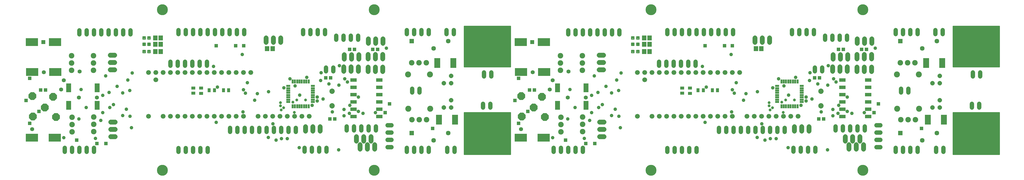
<source format=gts>
G75*
%MOIN*%
%OFA0B0*%
%FSLAX25Y25*%
%IPPOS*%
%LPD*%
%AMOC8*
5,1,8,0,0,1.08239X$1,22.5*
%
%ADD10C,0.01600*%
%ADD11R,0.05131X0.04737*%
%ADD12C,0.06800*%
%ADD13OC8,0.10800*%
%ADD14R,0.08700X0.05100*%
%ADD15C,0.06600*%
%ADD16C,0.07550*%
%ADD17R,0.05800X0.03000*%
%ADD18R,0.03000X0.05800*%
%ADD19C,0.07300*%
%ADD20C,0.06000*%
%ADD21R,0.16548X0.10643*%
%ADD22R,0.06981X0.11902*%
%ADD23R,0.03950X0.05524*%
%ADD24R,0.05524X0.03950*%
%ADD25R,0.06343X0.06343*%
%ADD26C,0.06343*%
%ADD27R,0.07887X0.13398*%
%ADD28OC8,0.06000*%
%ADD29C,0.08200*%
%ADD30R,0.05918X0.06706*%
%ADD31C,0.01421*%
%ADD32R,0.02769X0.13792*%
%ADD33R,0.02375X0.02769*%
%ADD34R,0.05918X0.13792*%
%ADD35R,0.04737X0.05131*%
%ADD36C,0.14973*%
%ADD37C,0.04762*%
%ADD38R,0.04762X0.04762*%
%ADD39C,0.03900*%
%ADD40C,0.05550*%
%ADD41R,0.05550X0.05550*%
%ADD42R,0.03900X0.03900*%
D10*
X0719526Y0125902D02*
X0782518Y0125902D01*
X0782518Y0182988D01*
X0719526Y0182988D01*
X0719526Y0125902D01*
X0719526Y0127130D02*
X0782518Y0127130D01*
X0782518Y0128729D02*
X0719526Y0128729D01*
X0719526Y0130327D02*
X0782518Y0130327D01*
X0782518Y0131926D02*
X0719526Y0131926D01*
X0719526Y0133524D02*
X0782518Y0133524D01*
X0782518Y0135123D02*
X0719526Y0135123D01*
X0719526Y0136721D02*
X0782518Y0136721D01*
X0782518Y0138320D02*
X0719526Y0138320D01*
X0719526Y0139918D02*
X0782518Y0139918D01*
X0782518Y0141517D02*
X0719526Y0141517D01*
X0719526Y0143115D02*
X0782518Y0143115D01*
X0782518Y0144714D02*
X0719526Y0144714D01*
X0719526Y0146312D02*
X0782518Y0146312D01*
X0782518Y0147911D02*
X0719526Y0147911D01*
X0719526Y0149509D02*
X0782518Y0149509D01*
X0782518Y0151108D02*
X0719526Y0151108D01*
X0719526Y0152706D02*
X0782518Y0152706D01*
X0782518Y0154305D02*
X0719526Y0154305D01*
X0719526Y0155903D02*
X0782518Y0155903D01*
X0782518Y0157502D02*
X0719526Y0157502D01*
X0719526Y0159100D02*
X0782518Y0159100D01*
X0782518Y0160699D02*
X0719526Y0160699D01*
X0719526Y0162297D02*
X0782518Y0162297D01*
X0782518Y0163896D02*
X0719526Y0163896D01*
X0719526Y0165494D02*
X0782518Y0165494D01*
X0782518Y0167093D02*
X0719526Y0167093D01*
X0719526Y0168691D02*
X0782518Y0168691D01*
X0782518Y0170290D02*
X0719526Y0170290D01*
X0719526Y0171888D02*
X0782518Y0171888D01*
X0782518Y0173487D02*
X0719526Y0173487D01*
X0719526Y0175085D02*
X0782518Y0175085D01*
X0782518Y0176684D02*
X0719526Y0176684D01*
X0719526Y0178282D02*
X0782518Y0178282D01*
X0782518Y0179881D02*
X0719526Y0179881D01*
X0719526Y0181479D02*
X0782518Y0181479D01*
X0782518Y0245980D02*
X0719526Y0245980D01*
X0719526Y0301098D01*
X0782518Y0301098D01*
X0782518Y0245980D01*
X0782518Y0247018D02*
X0719526Y0247018D01*
X0719526Y0248617D02*
X0782518Y0248617D01*
X0782518Y0250215D02*
X0719526Y0250215D01*
X0719526Y0251814D02*
X0782518Y0251814D01*
X0782518Y0253412D02*
X0719526Y0253412D01*
X0719526Y0255011D02*
X0782518Y0255011D01*
X0782518Y0256610D02*
X0719526Y0256610D01*
X0719526Y0258208D02*
X0782518Y0258208D01*
X0782518Y0259807D02*
X0719526Y0259807D01*
X0719526Y0261405D02*
X0782518Y0261405D01*
X0782518Y0263004D02*
X0719526Y0263004D01*
X0719526Y0264602D02*
X0782518Y0264602D01*
X0782518Y0266201D02*
X0719526Y0266201D01*
X0719526Y0267799D02*
X0782518Y0267799D01*
X0782518Y0269398D02*
X0719526Y0269398D01*
X0719526Y0270996D02*
X0782518Y0270996D01*
X0782518Y0272595D02*
X0719526Y0272595D01*
X0719526Y0274193D02*
X0782518Y0274193D01*
X0782518Y0275792D02*
X0719526Y0275792D01*
X0719526Y0277390D02*
X0782518Y0277390D01*
X0782518Y0278989D02*
X0719526Y0278989D01*
X0719526Y0280587D02*
X0782518Y0280587D01*
X0782518Y0282186D02*
X0719526Y0282186D01*
X0719526Y0283784D02*
X0782518Y0283784D01*
X0782518Y0285383D02*
X0719526Y0285383D01*
X0719526Y0286981D02*
X0782518Y0286981D01*
X0782518Y0288580D02*
X0719526Y0288580D01*
X0719526Y0290178D02*
X0782518Y0290178D01*
X0782518Y0291777D02*
X0719526Y0291777D01*
X0719526Y0293375D02*
X0782518Y0293375D01*
X0782518Y0294974D02*
X0719526Y0294974D01*
X0719526Y0296572D02*
X0782518Y0296572D01*
X0782518Y0298171D02*
X0719526Y0298171D01*
X0719526Y0299769D02*
X0782518Y0299769D01*
X1388817Y0299769D02*
X1451809Y0299769D01*
X1451809Y0301098D02*
X1388817Y0301098D01*
X1388817Y0245980D01*
X1451809Y0245980D01*
X1451809Y0301098D01*
X1451809Y0298171D02*
X1388817Y0298171D01*
X1388817Y0296572D02*
X1451809Y0296572D01*
X1451809Y0294974D02*
X1388817Y0294974D01*
X1388817Y0293375D02*
X1451809Y0293375D01*
X1451809Y0291777D02*
X1388817Y0291777D01*
X1388817Y0290178D02*
X1451809Y0290178D01*
X1451809Y0288580D02*
X1388817Y0288580D01*
X1388817Y0286981D02*
X1451809Y0286981D01*
X1451809Y0285383D02*
X1388817Y0285383D01*
X1388817Y0283784D02*
X1451809Y0283784D01*
X1451809Y0282186D02*
X1388817Y0282186D01*
X1388817Y0280587D02*
X1451809Y0280587D01*
X1451809Y0278989D02*
X1388817Y0278989D01*
X1388817Y0277390D02*
X1451809Y0277390D01*
X1451809Y0275792D02*
X1388817Y0275792D01*
X1388817Y0274193D02*
X1451809Y0274193D01*
X1451809Y0272595D02*
X1388817Y0272595D01*
X1388817Y0270996D02*
X1451809Y0270996D01*
X1451809Y0269398D02*
X1388817Y0269398D01*
X1388817Y0267799D02*
X1451809Y0267799D01*
X1451809Y0266201D02*
X1388817Y0266201D01*
X1388817Y0264602D02*
X1451809Y0264602D01*
X1451809Y0263004D02*
X1388817Y0263004D01*
X1388817Y0261405D02*
X1451809Y0261405D01*
X1451809Y0259807D02*
X1388817Y0259807D01*
X1388817Y0258208D02*
X1451809Y0258208D01*
X1451809Y0256610D02*
X1388817Y0256610D01*
X1388817Y0255011D02*
X1451809Y0255011D01*
X1451809Y0253412D02*
X1388817Y0253412D01*
X1388817Y0251814D02*
X1451809Y0251814D01*
X1451809Y0250215D02*
X1388817Y0250215D01*
X1388817Y0248617D02*
X1451809Y0248617D01*
X1451809Y0247018D02*
X1388817Y0247018D01*
X1388817Y0182988D02*
X1451809Y0182988D01*
X1451809Y0125902D01*
X1388817Y0125902D01*
X1388817Y0182988D01*
X1388817Y0181479D02*
X1451809Y0181479D01*
X1451809Y0179881D02*
X1388817Y0179881D01*
X1388817Y0178282D02*
X1451809Y0178282D01*
X1451809Y0176684D02*
X1388817Y0176684D01*
X1388817Y0175085D02*
X1451809Y0175085D01*
X1451809Y0173487D02*
X1388817Y0173487D01*
X1388817Y0171888D02*
X1451809Y0171888D01*
X1451809Y0170290D02*
X1388817Y0170290D01*
X1388817Y0168691D02*
X1451809Y0168691D01*
X1451809Y0167093D02*
X1388817Y0167093D01*
X1388817Y0165494D02*
X1451809Y0165494D01*
X1451809Y0163896D02*
X1388817Y0163896D01*
X1388817Y0162297D02*
X1451809Y0162297D01*
X1451809Y0160699D02*
X1388817Y0160699D01*
X1388817Y0159100D02*
X1451809Y0159100D01*
X1451809Y0157502D02*
X1388817Y0157502D01*
X1388817Y0155903D02*
X1451809Y0155903D01*
X1451809Y0154305D02*
X1388817Y0154305D01*
X1388817Y0152706D02*
X1451809Y0152706D01*
X1451809Y0151108D02*
X1388817Y0151108D01*
X1388817Y0149509D02*
X1451809Y0149509D01*
X1451809Y0147911D02*
X1388817Y0147911D01*
X1388817Y0146312D02*
X1451809Y0146312D01*
X1451809Y0144714D02*
X1388817Y0144714D01*
X1388817Y0143115D02*
X1451809Y0143115D01*
X1451809Y0141517D02*
X1388817Y0141517D01*
X1388817Y0139918D02*
X1451809Y0139918D01*
X1451809Y0138320D02*
X1388817Y0138320D01*
X1388817Y0136721D02*
X1451809Y0136721D01*
X1451809Y0135123D02*
X1388817Y0135123D01*
X1388817Y0133524D02*
X1451809Y0133524D01*
X1451809Y0131926D02*
X1388817Y0131926D01*
X1388817Y0130327D02*
X1451809Y0130327D01*
X1451809Y0128729D02*
X1388817Y0128729D01*
X1388817Y0127130D02*
X1451809Y0127130D01*
D11*
X1211385Y0174209D03*
X1204693Y0174209D03*
X1205726Y0230665D03*
X1199033Y0230665D03*
X0815392Y0213992D03*
X0808699Y0213992D03*
X0542094Y0174209D03*
X0535401Y0174209D03*
X0536435Y0230665D03*
X0529742Y0230665D03*
X0146100Y0213992D03*
X0139407Y0213992D03*
D12*
X0234793Y0241650D02*
X0240793Y0241650D01*
X0240793Y0251650D02*
X0234793Y0251650D01*
X0234793Y0261650D02*
X0240793Y0261650D01*
X0448112Y0279382D02*
X0448112Y0285382D01*
X0458112Y0285382D02*
X0458112Y0279382D01*
X0468112Y0279382D02*
X0468112Y0285382D01*
X0555297Y0262374D02*
X0555297Y0256374D01*
X0565297Y0256374D02*
X0565297Y0262374D01*
X0575297Y0262374D02*
X0575297Y0256374D01*
X0587974Y0256453D02*
X0587974Y0262453D01*
X0597974Y0262453D02*
X0597974Y0256453D01*
X0607974Y0256453D02*
X0607974Y0262453D01*
X0608100Y0277835D02*
X0608100Y0283835D01*
X0598100Y0283835D02*
X0598100Y0277835D01*
X0588100Y0277835D02*
X0588100Y0283835D01*
X0587974Y0245366D02*
X0587974Y0239366D01*
X0597974Y0239366D02*
X0597974Y0245366D01*
X0607974Y0245366D02*
X0607974Y0239366D01*
X0574510Y0239681D02*
X0574510Y0245681D01*
X0564510Y0245681D02*
X0564510Y0239681D01*
X0554510Y0239681D02*
X0554510Y0245681D01*
X0241581Y0169988D02*
X0235581Y0169988D01*
X0235581Y0159988D02*
X0241581Y0159988D01*
X0241581Y0149988D02*
X0235581Y0149988D01*
X0502072Y0157490D02*
X0502072Y0163490D01*
X0512072Y0163490D02*
X0512072Y0157490D01*
X0522072Y0157490D02*
X0522072Y0163490D01*
X0571993Y0149955D02*
X0571993Y0143955D01*
X0576793Y0138744D02*
X0576793Y0132744D01*
X0586793Y0132744D02*
X0586793Y0138744D01*
X0581993Y0143955D02*
X0581993Y0149955D01*
X0591993Y0149955D02*
X0591993Y0143955D01*
X0596793Y0138744D02*
X0596793Y0132744D01*
X0904872Y0149988D02*
X0910872Y0149988D01*
X0910872Y0159988D02*
X0904872Y0159988D01*
X0904872Y0169988D02*
X0910872Y0169988D01*
X1171363Y0163490D02*
X1171363Y0157490D01*
X1181363Y0157490D02*
X1181363Y0163490D01*
X1191363Y0163490D02*
X1191363Y0157490D01*
X1241285Y0149955D02*
X1241285Y0143955D01*
X1246085Y0138744D02*
X1246085Y0132744D01*
X1256085Y0132744D02*
X1256085Y0138744D01*
X1251285Y0143955D02*
X1251285Y0149955D01*
X1261285Y0149955D02*
X1261285Y0143955D01*
X1266085Y0138744D02*
X1266085Y0132744D01*
X1267266Y0239366D02*
X1267266Y0245366D01*
X1277266Y0245366D02*
X1277266Y0239366D01*
X1257266Y0239366D02*
X1257266Y0245366D01*
X1243801Y0245681D02*
X1243801Y0239681D01*
X1233801Y0239681D02*
X1233801Y0245681D01*
X1223801Y0245681D02*
X1223801Y0239681D01*
X1224589Y0256374D02*
X1224589Y0262374D01*
X1234589Y0262374D02*
X1234589Y0256374D01*
X1244589Y0256374D02*
X1244589Y0262374D01*
X1257266Y0262453D02*
X1257266Y0256453D01*
X1267266Y0256453D02*
X1267266Y0262453D01*
X1277266Y0262453D02*
X1277266Y0256453D01*
X1277392Y0277835D02*
X1277392Y0283835D01*
X1267392Y0283835D02*
X1267392Y0277835D01*
X1257392Y0277835D02*
X1257392Y0283835D01*
X1137404Y0285382D02*
X1137404Y0279382D01*
X1127404Y0279382D02*
X1127404Y0285382D01*
X1117404Y0285382D02*
X1117404Y0279382D01*
X0910085Y0261650D02*
X0904085Y0261650D01*
X0904085Y0251650D02*
X0910085Y0251650D01*
X0910085Y0241650D02*
X0904085Y0241650D01*
D13*
X0825707Y0204484D03*
X0797360Y0205665D03*
X0814407Y0189878D03*
X0829801Y0176807D03*
X0798305Y0177516D03*
X0160510Y0176807D03*
X0145116Y0189878D03*
X0129014Y0177516D03*
X0128069Y0205665D03*
X0156415Y0204484D03*
D14*
X0567889Y0207634D03*
X0567889Y0217634D03*
X0567889Y0227634D03*
X0603289Y0227634D03*
X0603289Y0217634D03*
X0603289Y0207634D03*
X0603289Y0197634D03*
X0603289Y0187634D03*
X0603289Y0177634D03*
X0567889Y0177634D03*
X0567889Y0187634D03*
X0567889Y0197634D03*
X1237180Y0197634D03*
X1237180Y0207634D03*
X1237180Y0217634D03*
X1237180Y0227634D03*
X1272580Y0227634D03*
X1272580Y0217634D03*
X1272580Y0207634D03*
X1272580Y0197634D03*
X1272580Y0187634D03*
X1272580Y0177634D03*
X1237180Y0177634D03*
X1237180Y0187634D03*
D15*
X1176392Y0177862D03*
X1166392Y0177862D03*
X1156392Y0177862D03*
X1146392Y0177862D03*
X1136392Y0177862D03*
X1126392Y0177862D03*
X1116392Y0177862D03*
X1106392Y0177862D03*
X1086392Y0177862D03*
X1076392Y0177862D03*
X1066392Y0177862D03*
X1056392Y0177862D03*
X1046392Y0177862D03*
X1036392Y0177862D03*
X1026392Y0177862D03*
X1016392Y0177862D03*
X1006392Y0177862D03*
X0996392Y0177862D03*
X0986392Y0177862D03*
X0976392Y0177862D03*
X0956392Y0177862D03*
X0966392Y0227862D03*
X0966392Y0237862D03*
X0976392Y0237862D03*
X0986392Y0237862D03*
X0996392Y0237862D03*
X1006392Y0237862D03*
X1016392Y0237862D03*
X1026392Y0237862D03*
X1036392Y0237862D03*
X1046392Y0237862D03*
X1056392Y0237862D03*
X1066392Y0237862D03*
X1076392Y0237862D03*
X1086392Y0237862D03*
X1096392Y0237862D03*
X0956392Y0237862D03*
X0507100Y0177862D03*
X0497100Y0177862D03*
X0487100Y0177862D03*
X0477100Y0177862D03*
X0467100Y0177862D03*
X0457100Y0177862D03*
X0447100Y0177862D03*
X0437100Y0177862D03*
X0417100Y0177862D03*
X0407100Y0177862D03*
X0397100Y0177862D03*
X0387100Y0177862D03*
X0377100Y0177862D03*
X0367100Y0177862D03*
X0357100Y0177862D03*
X0347100Y0177862D03*
X0337100Y0177862D03*
X0327100Y0177862D03*
X0317100Y0177862D03*
X0307100Y0177862D03*
X0287100Y0177862D03*
X0297100Y0227862D03*
X0297100Y0237862D03*
X0287100Y0237862D03*
X0307100Y0237862D03*
X0317100Y0237862D03*
X0327100Y0237862D03*
X0337100Y0237862D03*
X0347100Y0237862D03*
X0357100Y0237862D03*
X0367100Y0237862D03*
X0377100Y0237862D03*
X0387100Y0237862D03*
X0397100Y0237862D03*
X0407100Y0237862D03*
X0417100Y0237862D03*
X0427100Y0237862D03*
D16*
X0211793Y0240941D03*
X0181998Y0240862D03*
X0181998Y0250862D03*
X0211793Y0250941D03*
X0211793Y0260941D03*
X0181998Y0260862D03*
X0182675Y0176650D03*
X0212085Y0177043D03*
X0212085Y0167043D03*
X0182675Y0166650D03*
X0182675Y0156650D03*
X0212085Y0157043D03*
X0647852Y0173146D03*
X0657852Y0173146D03*
X0667852Y0173146D03*
X0851967Y0176650D03*
X0881376Y0177043D03*
X0881376Y0167043D03*
X0851967Y0166650D03*
X0851967Y0156650D03*
X0881376Y0157043D03*
X0881085Y0240941D03*
X0851289Y0240862D03*
X0851289Y0250862D03*
X0881085Y0250941D03*
X0881085Y0260941D03*
X0851289Y0260862D03*
X0667360Y0251394D03*
X0657360Y0251394D03*
X0647360Y0251394D03*
X1316652Y0251394D03*
X1326652Y0251394D03*
X1336652Y0251394D03*
X1337144Y0173146D03*
X1327144Y0173146D03*
X1317144Y0173146D03*
D17*
X1181615Y0197484D03*
X1181615Y0200634D03*
X1181615Y0203783D03*
X1181615Y0206933D03*
X1181615Y0210083D03*
X1181615Y0213232D03*
X1181615Y0216382D03*
X1181615Y0219531D03*
X1147815Y0219531D03*
X1147815Y0216382D03*
X1147815Y0213232D03*
X1147815Y0210083D03*
X1147815Y0206933D03*
X1147815Y0203783D03*
X1147815Y0200634D03*
X1147815Y0197484D03*
X0512323Y0197484D03*
X0512323Y0200634D03*
X0512323Y0203783D03*
X0512323Y0206933D03*
X0512323Y0210083D03*
X0512323Y0213232D03*
X0512323Y0216382D03*
X0512323Y0219531D03*
X0478523Y0219531D03*
X0478523Y0216382D03*
X0478523Y0213232D03*
X0478523Y0210083D03*
X0478523Y0206933D03*
X0478523Y0203783D03*
X0478523Y0200634D03*
X0478523Y0197484D03*
D18*
X0484400Y0191608D03*
X0487549Y0191608D03*
X0490699Y0191608D03*
X0493848Y0191608D03*
X0496998Y0191608D03*
X0500148Y0191608D03*
X0503297Y0191608D03*
X0506447Y0191608D03*
X0506447Y0225408D03*
X0503297Y0225408D03*
X0500148Y0225408D03*
X0496998Y0225408D03*
X0493848Y0225408D03*
X0490699Y0225408D03*
X0487549Y0225408D03*
X0484400Y0225408D03*
X1153691Y0225408D03*
X1156841Y0225408D03*
X1159990Y0225408D03*
X1163140Y0225408D03*
X1166289Y0225408D03*
X1169439Y0225408D03*
X1172589Y0225408D03*
X1175738Y0225408D03*
X1175738Y0191608D03*
X1172589Y0191608D03*
X1169439Y0191608D03*
X1166289Y0191608D03*
X1163140Y0191608D03*
X1159990Y0191608D03*
X1156841Y0191608D03*
X1153691Y0191608D03*
D19*
X1207726Y0192185D03*
X1207726Y0212185D03*
X0538435Y0212185D03*
X0538435Y0192185D03*
D20*
X0614563Y0165429D02*
X0619763Y0165429D01*
X0598667Y0163738D02*
X0598667Y0158538D01*
X0588667Y0158538D02*
X0588667Y0163738D01*
X0578667Y0163738D02*
X0578667Y0158538D01*
X0568667Y0158538D02*
X0568667Y0163738D01*
X0558667Y0163738D02*
X0558667Y0158538D01*
X0614563Y0155429D02*
X0619763Y0155429D01*
X0619763Y0145429D02*
X0614563Y0145429D01*
X0614563Y0135429D02*
X0619763Y0135429D01*
X0640963Y0134407D02*
X0640963Y0129207D01*
X0650963Y0129207D02*
X0650963Y0134407D01*
X0660963Y0134407D02*
X0660963Y0129207D01*
X0670963Y0129207D02*
X0670963Y0134407D01*
X0696081Y0134407D02*
X0696081Y0129207D01*
X0706081Y0129207D02*
X0706081Y0134407D01*
X0841886Y0134433D02*
X0841886Y0129233D01*
X0851886Y0129233D02*
X0851886Y0134433D01*
X0861886Y0134433D02*
X0861886Y0129233D01*
X0871886Y0129233D02*
X0871886Y0134433D01*
X0881886Y0134433D02*
X0881886Y0129233D01*
X0997427Y0129093D02*
X0997427Y0134293D01*
X1007427Y0134293D02*
X1007427Y0129093D01*
X1017427Y0129093D02*
X1017427Y0134293D01*
X1027427Y0134293D02*
X1027427Y0129093D01*
X1037427Y0129093D02*
X1037427Y0134293D01*
X1068176Y0156566D02*
X1068176Y0161766D01*
X1078176Y0161766D02*
X1078176Y0156566D01*
X1088176Y0156566D02*
X1088176Y0161766D01*
X1098176Y0161766D02*
X1098176Y0156566D01*
X1108176Y0156566D02*
X1108176Y0161766D01*
X1118176Y0161766D02*
X1118176Y0156566D01*
X1128176Y0156566D02*
X1128176Y0161766D01*
X1138176Y0161766D02*
X1138176Y0156566D01*
X1148176Y0156566D02*
X1148176Y0161766D01*
X1158176Y0161766D02*
X1158176Y0156566D01*
X1227959Y0158538D02*
X1227959Y0163738D01*
X1237959Y0163738D02*
X1237959Y0158538D01*
X1247959Y0158538D02*
X1247959Y0163738D01*
X1257959Y0163738D02*
X1257959Y0158538D01*
X1267959Y0158538D02*
X1267959Y0163738D01*
X1283855Y0165429D02*
X1289055Y0165429D01*
X1289055Y0155429D02*
X1283855Y0155429D01*
X1283855Y0145429D02*
X1289055Y0145429D01*
X1289055Y0135429D02*
X1283855Y0135429D01*
X1310254Y0134407D02*
X1310254Y0129207D01*
X1320254Y0129207D02*
X1320254Y0134407D01*
X1330254Y0134407D02*
X1330254Y0129207D01*
X1340254Y0129207D02*
X1340254Y0134407D01*
X1365372Y0134407D02*
X1365372Y0129207D01*
X1375372Y0129207D02*
X1375372Y0134407D01*
X1200230Y0134607D02*
X1200230Y0129407D01*
X1190230Y0129407D02*
X1190230Y0134607D01*
X1180230Y0134607D02*
X1180230Y0129407D01*
X1170230Y0129407D02*
X1170230Y0134607D01*
X1414585Y0189739D02*
X1414585Y0194939D01*
X1424585Y0194939D02*
X1424585Y0189739D01*
X1327636Y0210408D02*
X1327636Y0215608D01*
X1317636Y0215608D02*
X1317636Y0210408D01*
X1415729Y0232683D02*
X1415729Y0237883D01*
X1425729Y0237883D02*
X1425729Y0232683D01*
X1243502Y0283010D02*
X1243502Y0288210D01*
X1233502Y0288210D02*
X1233502Y0283010D01*
X1223502Y0283010D02*
X1223502Y0288210D01*
X1213502Y0288210D02*
X1213502Y0283010D01*
X1198030Y0290624D02*
X1198030Y0295824D01*
X1188030Y0295824D02*
X1188030Y0290624D01*
X1178030Y0290624D02*
X1178030Y0295824D01*
X1168030Y0295824D02*
X1168030Y0290624D01*
X1087360Y0290624D02*
X1087360Y0295824D01*
X1077360Y0295824D02*
X1077360Y0290624D01*
X1067360Y0290624D02*
X1067360Y0295824D01*
X1057360Y0295824D02*
X1057360Y0290624D01*
X1047360Y0290624D02*
X1047360Y0295824D01*
X1037360Y0295824D02*
X1037360Y0290624D01*
X1027360Y0290624D02*
X1027360Y0295824D01*
X1017360Y0295824D02*
X1017360Y0290624D01*
X1007360Y0290624D02*
X1007360Y0295824D01*
X0997360Y0295824D02*
X0997360Y0290624D01*
X0931886Y0290333D02*
X0931886Y0295533D01*
X0921886Y0295533D02*
X0921886Y0290333D01*
X0911886Y0290333D02*
X0911886Y0295533D01*
X0901886Y0295533D02*
X0901886Y0290333D01*
X0891886Y0290333D02*
X0891886Y0295533D01*
X0881886Y0295533D02*
X0881886Y0290333D01*
X0871886Y0290333D02*
X0871886Y0295533D01*
X0861886Y0295533D02*
X0861886Y0290333D01*
X0986356Y0252517D02*
X0986356Y0247317D01*
X0996356Y0247317D02*
X0996356Y0252517D01*
X1006356Y0252517D02*
X1006356Y0247317D01*
X1016356Y0247317D02*
X1016356Y0252517D01*
X1026356Y0252517D02*
X1026356Y0247317D01*
X1036356Y0247317D02*
X1036356Y0252517D01*
X1199526Y0244643D02*
X1199526Y0239443D01*
X1209526Y0239443D02*
X1209526Y0244643D01*
X1310254Y0290624D02*
X1310254Y0295824D01*
X1320254Y0295824D02*
X1320254Y0290624D01*
X1330254Y0290624D02*
X1330254Y0295824D01*
X1340254Y0295824D02*
X1340254Y0290624D01*
X1364368Y0290624D02*
X1364368Y0295824D01*
X1374368Y0295824D02*
X1374368Y0290624D01*
X0756437Y0237883D02*
X0756437Y0232683D01*
X0746437Y0232683D02*
X0746437Y0237883D01*
X0658344Y0215608D02*
X0658344Y0210408D01*
X0648344Y0210408D02*
X0648344Y0215608D01*
X0745293Y0194939D02*
X0745293Y0189739D01*
X0755293Y0189739D02*
X0755293Y0194939D01*
X0540234Y0239443D02*
X0540234Y0244643D01*
X0530234Y0244643D02*
X0530234Y0239443D01*
X0367065Y0247317D02*
X0367065Y0252517D01*
X0357065Y0252517D02*
X0357065Y0247317D01*
X0347065Y0247317D02*
X0347065Y0252517D01*
X0337065Y0252517D02*
X0337065Y0247317D01*
X0327065Y0247317D02*
X0327065Y0252517D01*
X0317065Y0252517D02*
X0317065Y0247317D01*
X0328069Y0290624D02*
X0328069Y0295824D01*
X0338069Y0295824D02*
X0338069Y0290624D01*
X0348069Y0290624D02*
X0348069Y0295824D01*
X0358069Y0295824D02*
X0358069Y0290624D01*
X0368069Y0290624D02*
X0368069Y0295824D01*
X0378069Y0295824D02*
X0378069Y0290624D01*
X0388069Y0290624D02*
X0388069Y0295824D01*
X0398069Y0295824D02*
X0398069Y0290624D01*
X0408069Y0290624D02*
X0408069Y0295824D01*
X0418069Y0295824D02*
X0418069Y0290624D01*
X0498738Y0290624D02*
X0498738Y0295824D01*
X0508738Y0295824D02*
X0508738Y0290624D01*
X0518738Y0290624D02*
X0518738Y0295824D01*
X0528738Y0295824D02*
X0528738Y0290624D01*
X0544211Y0288210D02*
X0544211Y0283010D01*
X0554211Y0283010D02*
X0554211Y0288210D01*
X0564211Y0288210D02*
X0564211Y0283010D01*
X0574211Y0283010D02*
X0574211Y0288210D01*
X0640963Y0290624D02*
X0640963Y0295824D01*
X0650963Y0295824D02*
X0650963Y0290624D01*
X0660963Y0290624D02*
X0660963Y0295824D01*
X0670963Y0295824D02*
X0670963Y0290624D01*
X0695077Y0290624D02*
X0695077Y0295824D01*
X0705077Y0295824D02*
X0705077Y0290624D01*
X0262595Y0290333D02*
X0262595Y0295533D01*
X0252595Y0295533D02*
X0252595Y0290333D01*
X0242595Y0290333D02*
X0242595Y0295533D01*
X0232595Y0295533D02*
X0232595Y0290333D01*
X0222595Y0290333D02*
X0222595Y0295533D01*
X0212595Y0295533D02*
X0212595Y0290333D01*
X0202595Y0290333D02*
X0202595Y0295533D01*
X0192595Y0295533D02*
X0192595Y0290333D01*
X0398885Y0161766D02*
X0398885Y0156566D01*
X0408885Y0156566D02*
X0408885Y0161766D01*
X0418885Y0161766D02*
X0418885Y0156566D01*
X0428885Y0156566D02*
X0428885Y0161766D01*
X0438885Y0161766D02*
X0438885Y0156566D01*
X0448885Y0156566D02*
X0448885Y0161766D01*
X0458885Y0161766D02*
X0458885Y0156566D01*
X0468885Y0156566D02*
X0468885Y0161766D01*
X0478885Y0161766D02*
X0478885Y0156566D01*
X0488885Y0156566D02*
X0488885Y0161766D01*
X0500938Y0134607D02*
X0500938Y0129407D01*
X0510938Y0129407D02*
X0510938Y0134607D01*
X0520938Y0134607D02*
X0520938Y0129407D01*
X0530938Y0129407D02*
X0530938Y0134607D01*
X0368136Y0134293D02*
X0368136Y0129093D01*
X0358136Y0129093D02*
X0358136Y0134293D01*
X0348136Y0134293D02*
X0348136Y0129093D01*
X0338136Y0129093D02*
X0338136Y0134293D01*
X0328136Y0134293D02*
X0328136Y0129093D01*
X0212595Y0129233D02*
X0212595Y0134433D01*
X0202595Y0134433D02*
X0202595Y0129233D01*
X0192595Y0129233D02*
X0192595Y0134433D01*
X0182595Y0134433D02*
X0182595Y0129233D01*
X0172595Y0129233D02*
X0172595Y0134433D01*
D21*
X0158959Y0148539D03*
X0127463Y0148539D03*
X0128022Y0238547D03*
X0159518Y0238547D03*
X0159156Y0279642D03*
X0127659Y0279642D03*
X0796951Y0279642D03*
X0828447Y0279642D03*
X0828809Y0238547D03*
X0797313Y0238547D03*
X0796754Y0148539D03*
X0828250Y0148539D03*
D22*
X0847037Y0192972D03*
X0886093Y0192972D03*
X0886093Y0216831D03*
X0847037Y0216831D03*
X0216801Y0216831D03*
X0177746Y0216831D03*
X0177746Y0192972D03*
X0216801Y0192972D03*
D23*
X0370321Y0213461D03*
X0377407Y0213461D03*
X0389833Y0213461D03*
X0396919Y0213461D03*
X1039612Y0213461D03*
X1046699Y0213461D03*
X1059124Y0213461D03*
X1066211Y0213461D03*
D24*
X1028620Y0216413D03*
X1017715Y0216665D03*
X1017715Y0209579D03*
X1028620Y0209327D03*
X0359329Y0209327D03*
X0348423Y0209579D03*
X0348423Y0216665D03*
X0359329Y0216413D03*
D25*
X0647380Y0154858D03*
X0647380Y0280843D03*
X1316671Y0280843D03*
X1316671Y0154858D03*
D26*
X1346671Y0144858D03*
X1366671Y0154858D03*
X1346671Y0270843D03*
X1366671Y0280843D03*
X0697380Y0280843D03*
X0677380Y0270843D03*
X0697380Y0154858D03*
X0677380Y0144858D03*
D27*
X0684880Y0173146D03*
X0706927Y0173146D03*
X0704467Y0250902D03*
X0682419Y0250902D03*
X1351711Y0250902D03*
X1373758Y0250902D03*
X1376219Y0173146D03*
X1354171Y0173146D03*
D28*
X1360687Y0189799D03*
X1370687Y0189799D03*
X1370687Y0199799D03*
X1370687Y0223264D03*
X1360687Y0223264D03*
X1370687Y0233264D03*
X0701396Y0233264D03*
X0701396Y0223264D03*
X0691396Y0223264D03*
X0701396Y0199799D03*
X0701396Y0189799D03*
X0691396Y0189799D03*
D29*
X0673010Y0188402D03*
X0643010Y0188402D03*
X0642518Y0235154D03*
X0672518Y0235154D03*
X1311809Y0235154D03*
X1341809Y0235154D03*
X1342301Y0188402D03*
X1312301Y0188402D03*
D30*
X1126317Y0270587D03*
X1118837Y0270587D03*
X0973266Y0266650D03*
X0965785Y0266650D03*
X0965785Y0276492D03*
X0973266Y0276492D03*
X0973266Y0285350D03*
X0965785Y0285350D03*
X0457026Y0270587D03*
X0449545Y0270587D03*
X0303974Y0266650D03*
X0296494Y0266650D03*
X0296494Y0276492D03*
X0303974Y0276492D03*
X0303974Y0285350D03*
X0296494Y0285350D03*
D31*
X0289597Y0287008D02*
X0289597Y0283692D01*
X0286281Y0283692D01*
X0286281Y0287008D01*
X0289597Y0287008D01*
X0289597Y0285112D02*
X0286281Y0285112D01*
X0286281Y0286532D02*
X0289597Y0286532D01*
X0282691Y0287008D02*
X0282691Y0283692D01*
X0279375Y0283692D01*
X0279375Y0287008D01*
X0282691Y0287008D01*
X0282691Y0285112D02*
X0279375Y0285112D01*
X0279375Y0286532D02*
X0282691Y0286532D01*
X0282691Y0278150D02*
X0282691Y0274834D01*
X0279375Y0274834D01*
X0279375Y0278150D01*
X0282691Y0278150D01*
X0282691Y0276254D02*
X0279375Y0276254D01*
X0279375Y0277674D02*
X0282691Y0277674D01*
X0289597Y0278150D02*
X0289597Y0274834D01*
X0286281Y0274834D01*
X0286281Y0278150D01*
X0289597Y0278150D01*
X0289597Y0276254D02*
X0286281Y0276254D01*
X0286281Y0277674D02*
X0289597Y0277674D01*
X0289597Y0268308D02*
X0289597Y0264992D01*
X0286281Y0264992D01*
X0286281Y0268308D01*
X0289597Y0268308D01*
X0289597Y0266412D02*
X0286281Y0266412D01*
X0286281Y0267832D02*
X0289597Y0267832D01*
X0282691Y0268308D02*
X0282691Y0264992D01*
X0279375Y0264992D01*
X0279375Y0268308D01*
X0282691Y0268308D01*
X0282691Y0266412D02*
X0279375Y0266412D01*
X0279375Y0267832D02*
X0282691Y0267832D01*
X0951983Y0268308D02*
X0951983Y0264992D01*
X0948667Y0264992D01*
X0948667Y0268308D01*
X0951983Y0268308D01*
X0951983Y0266412D02*
X0948667Y0266412D01*
X0948667Y0267832D02*
X0951983Y0267832D01*
X0958888Y0268308D02*
X0958888Y0264992D01*
X0955572Y0264992D01*
X0955572Y0268308D01*
X0958888Y0268308D01*
X0958888Y0266412D02*
X0955572Y0266412D01*
X0955572Y0267832D02*
X0958888Y0267832D01*
X0958888Y0274834D02*
X0958888Y0278150D01*
X0958888Y0274834D02*
X0955572Y0274834D01*
X0955572Y0278150D01*
X0958888Y0278150D01*
X0958888Y0276254D02*
X0955572Y0276254D01*
X0955572Y0277674D02*
X0958888Y0277674D01*
X0951983Y0278150D02*
X0951983Y0274834D01*
X0948667Y0274834D01*
X0948667Y0278150D01*
X0951983Y0278150D01*
X0951983Y0276254D02*
X0948667Y0276254D01*
X0948667Y0277674D02*
X0951983Y0277674D01*
X0951983Y0283692D02*
X0951983Y0287008D01*
X0951983Y0283692D02*
X0948667Y0283692D01*
X0948667Y0287008D01*
X0951983Y0287008D01*
X0951983Y0285112D02*
X0948667Y0285112D01*
X0948667Y0286532D02*
X0951983Y0286532D01*
X0958888Y0287008D02*
X0958888Y0283692D01*
X0955572Y0283692D01*
X0955572Y0287008D01*
X0958888Y0287008D01*
X0958888Y0285112D02*
X0955572Y0285112D01*
X0955572Y0286532D02*
X0958888Y0286532D01*
D32*
X0757599Y0273472D03*
X0745788Y0273472D03*
X0744624Y0154445D03*
X0756435Y0154445D03*
X1413915Y0154445D03*
X1425726Y0154445D03*
X1426890Y0273472D03*
X1415079Y0273472D03*
D33*
X1413701Y0273472D03*
X1428268Y0273472D03*
X1427104Y0154445D03*
X1412537Y0154445D03*
X0757813Y0154445D03*
X0743246Y0154445D03*
X0744410Y0273472D03*
X0758977Y0273472D03*
D34*
X0751693Y0273472D03*
X0750530Y0154445D03*
X1419821Y0154445D03*
X1420985Y0273472D03*
D35*
X1270116Y0269602D03*
X1263423Y0269602D03*
X1238620Y0269602D03*
X1231927Y0269602D03*
X0600825Y0269602D03*
X0594132Y0269602D03*
X0569329Y0269602D03*
X0562636Y0269602D03*
D36*
X0306195Y0103933D03*
X0596195Y0103933D03*
X0975195Y0103933D03*
X1265195Y0103933D03*
X1265195Y0323933D03*
X0975195Y0323933D03*
X0596195Y0323933D03*
X0306195Y0323933D03*
D37*
X0415486Y0262457D03*
X0376163Y0246370D03*
X0422636Y0224028D03*
X0417274Y0214197D03*
X0419955Y0209728D03*
X0436041Y0208835D03*
X0451566Y0211516D03*
X0472683Y0216878D03*
X0487876Y0219559D03*
X0523022Y0226760D03*
X0534348Y0222240D03*
X0547754Y0220453D03*
X0559372Y0224921D03*
X0555797Y0229390D03*
X0523624Y0237433D03*
X0503963Y0231177D03*
X0480726Y0229390D03*
X0548648Y0247264D03*
X0612994Y0271394D03*
X0381526Y0217772D03*
X0432467Y0199898D03*
X0416380Y0183811D03*
X0379832Y0169512D03*
X0457490Y0167724D03*
X0451234Y0148957D03*
X0461959Y0145382D03*
X0469108Y0147169D03*
X0477152Y0147169D03*
X0493644Y0134764D03*
X0547478Y0132008D03*
X0554904Y0178449D03*
X0562053Y0182024D03*
X0574565Y0184705D03*
X0580821Y0182024D03*
X0597801Y0182917D03*
X0562947Y0192748D03*
X0554904Y0187386D03*
X0538911Y0183811D03*
X0511112Y0192748D03*
X0518262Y0199004D03*
X0526305Y0201685D03*
X0518262Y0204366D03*
X0494132Y0207047D03*
X0574565Y0204366D03*
X0840589Y0148539D03*
X0883896Y0147555D03*
X0933311Y0162103D03*
X0891278Y0172161D03*
X0861258Y0174130D03*
X0893738Y0182988D03*
X0903581Y0189878D03*
X0926219Y0187559D03*
X0908502Y0193815D03*
X0893738Y0206610D03*
X0902596Y0210547D03*
X0921297Y0210055D03*
X0930920Y0213194D03*
X0913423Y0218974D03*
X0928187Y0227464D03*
X0897675Y0233185D03*
X0934093Y0237122D03*
X0864211Y0214484D03*
X0871100Y0189878D03*
X0921297Y0178933D03*
X0931140Y0177812D03*
X1049123Y0169512D03*
X1085671Y0183811D03*
X1101758Y0199898D03*
X1105333Y0208835D03*
X1120857Y0211516D03*
X1141974Y0216878D03*
X1157167Y0219559D03*
X1192313Y0226760D03*
X1203640Y0222240D03*
X1217045Y0220453D03*
X1228663Y0224921D03*
X1225089Y0229390D03*
X1192915Y0237433D03*
X1173254Y0231177D03*
X1150018Y0229390D03*
X1091927Y0224028D03*
X1050817Y0217772D03*
X1086565Y0214197D03*
X1089246Y0209728D03*
X1163423Y0207047D03*
X1187553Y0204366D03*
X1195596Y0201685D03*
X1187553Y0199004D03*
X1180404Y0192748D03*
X1208202Y0183811D03*
X1224195Y0187386D03*
X1232238Y0192748D03*
X1243856Y0184705D03*
X1250112Y0182024D03*
X1231344Y0182024D03*
X1224195Y0178449D03*
X1267093Y0182917D03*
X1243856Y0204366D03*
X1126781Y0167724D03*
X1120526Y0148957D03*
X1131250Y0145382D03*
X1138400Y0147169D03*
X1146443Y0147169D03*
X1162936Y0134764D03*
X1216770Y0132008D03*
X1217939Y0247264D03*
X1282285Y0271394D03*
X1084778Y0262457D03*
X1045455Y0246370D03*
X0264801Y0237122D03*
X0258896Y0227464D03*
X0244132Y0218974D03*
X0261628Y0213194D03*
X0252006Y0210055D03*
X0233305Y0210547D03*
X0224447Y0206610D03*
X0194919Y0214484D03*
X0239211Y0193815D03*
X0234289Y0189878D03*
X0224447Y0182988D03*
X0201809Y0189878D03*
X0191967Y0174130D03*
X0221986Y0172161D03*
X0252006Y0178933D03*
X0261848Y0177812D03*
X0256927Y0187559D03*
X0264019Y0162103D03*
X0214604Y0147555D03*
X0171297Y0148539D03*
X0228384Y0233185D03*
D38*
X0124545Y0229740D03*
X0119624Y0199720D03*
X0137341Y0184465D03*
X0124545Y0168224D03*
X0189014Y0145094D03*
X0216573Y0140665D03*
X0228876Y0140665D03*
X0611258Y0182988D03*
X0617163Y0194799D03*
X0676219Y0161335D03*
X0793837Y0168224D03*
X0806632Y0184465D03*
X0788915Y0199720D03*
X0793837Y0229740D03*
X1049250Y0274524D03*
X1075825Y0274524D03*
X1086652Y0274524D03*
X1286455Y0194799D03*
X1280549Y0182988D03*
X1345510Y0161335D03*
X0898167Y0140665D03*
X0885864Y0140665D03*
X0858305Y0145094D03*
X0417360Y0274524D03*
X0406533Y0274524D03*
X0379959Y0274524D03*
D39*
X0484745Y0197233D03*
X0490135Y0200123D03*
X0502345Y0200183D03*
X0467695Y0196433D03*
X0467695Y0192233D03*
X0472085Y0189493D03*
X0468945Y0186433D03*
X0486785Y0183313D03*
X1136986Y0192233D03*
X1136986Y0196433D03*
X1154036Y0197233D03*
X1159426Y0200123D03*
X1171636Y0200183D03*
X1141376Y0189493D03*
X1138236Y0186433D03*
X1156076Y0183313D03*
D40*
X0885864Y0203657D03*
X0861258Y0203657D03*
X0836652Y0214484D03*
X0840589Y0227280D03*
X0862242Y0239091D03*
X0813030Y0238106D03*
X0797281Y0160350D03*
X0216573Y0203657D03*
X0191967Y0203657D03*
X0167360Y0214484D03*
X0171297Y0227280D03*
X0192951Y0239091D03*
X0143738Y0238106D03*
X0127990Y0160350D03*
D41*
X0143246Y0279445D03*
X0812537Y0279445D03*
D42*
X0752894Y0279889D03*
X0750394Y0279889D03*
X0750394Y0282389D03*
X0752894Y0282389D03*
X0752894Y0277389D03*
X0750394Y0277389D03*
X0750394Y0274889D03*
X0750394Y0272389D03*
X0750394Y0269889D03*
X0750394Y0267389D03*
X0750394Y0264889D03*
X0752894Y0264889D03*
X0752894Y0267389D03*
X0752894Y0269889D03*
X0752894Y0272389D03*
X0752894Y0274889D03*
X0751789Y0163165D03*
X0751730Y0160665D03*
X0751730Y0158165D03*
X0751730Y0155665D03*
X0751730Y0153165D03*
X0751730Y0150665D03*
X0751730Y0148165D03*
X0751730Y0145665D03*
X0749230Y0145665D03*
X0749230Y0148165D03*
X0749230Y0150665D03*
X0749230Y0153165D03*
X0749230Y0155665D03*
X0749230Y0158165D03*
X0749230Y0160665D03*
X0749230Y0163165D03*
X1418522Y0163165D03*
X1418522Y0160665D03*
X1418522Y0158165D03*
X1418522Y0155665D03*
X1418522Y0153165D03*
X1418522Y0150665D03*
X1418522Y0148165D03*
X1418522Y0145665D03*
X1421022Y0145665D03*
X1421022Y0148165D03*
X1421022Y0150665D03*
X1421022Y0153165D03*
X1421022Y0155665D03*
X1421022Y0158165D03*
X1421022Y0160665D03*
X1421081Y0163165D03*
X1422185Y0264889D03*
X1419685Y0264889D03*
X1419685Y0267389D03*
X1419685Y0269889D03*
X1419685Y0272389D03*
X1419685Y0274889D03*
X1419685Y0277389D03*
X1419685Y0279889D03*
X1419685Y0282389D03*
X1422185Y0282389D03*
X1422185Y0279889D03*
X1422185Y0277389D03*
X1422185Y0274889D03*
X1422185Y0272389D03*
X1422185Y0269889D03*
X1422185Y0267389D03*
M02*

</source>
